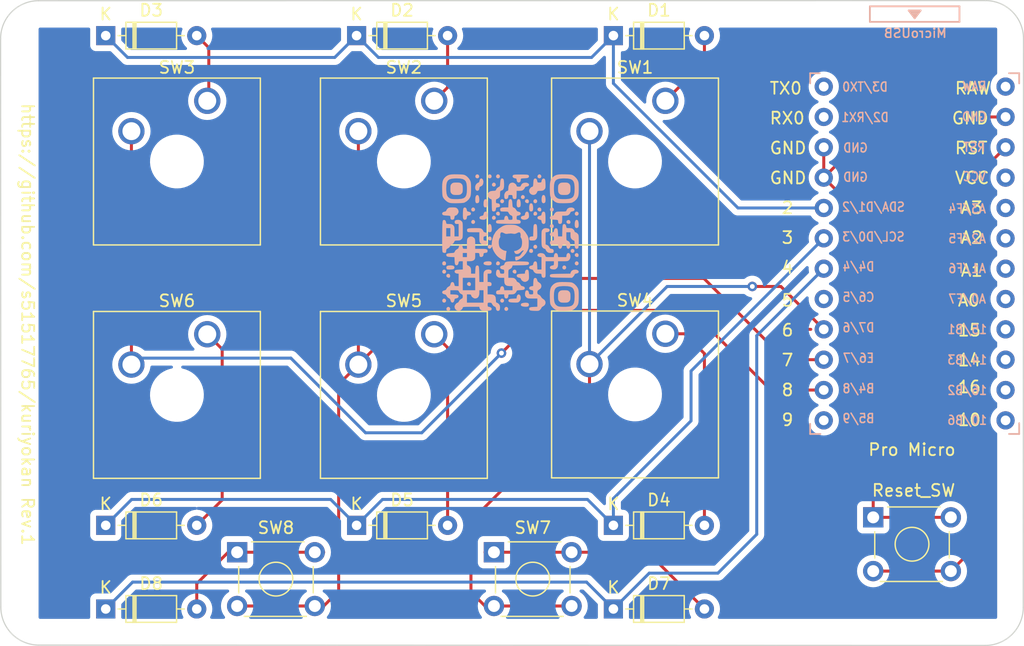
<source format=kicad_pcb>
(kicad_pcb (version 20221018) (generator pcbnew)
  (layers (0 "F.Cu" signal) (31 "B.Cu" signal) (34 "B.Paste" user) (35 "F.Paste" user) (36 "B.SilkS" user "B.Silkscreen") (37 "F.SilkS" user "F.Silkscreen") (38 "B.Mask" user) (39 "F.Mask" user) (44 "Edge.Cuts" user))
  (net 0 "")
  (net 3 "GND")
  (net 4 "Net-(D1-K)")
  (net 5 "Net-(D4-K)")
  (net 6 "Net-(D7-K)")
  (net 7 "6")
  (net 9 "7")
  (net 10 "8")
  (net 11 "Net-(D1-A)")
  (net 23 "Net-(U1-RST)")
  (net 24 "Net-(D2-A)")
  (net 25 "Net-(D3-A)")
  (net 26 "Net-(D4-A)")
  (net 27 "Net-(D5-A)")
  (net 28 "Net-(D6-A)")
  (net 29 "Net-(D7-A)")
  (net 30 "Net-(D8-A)")
  (footprint "Button_Switch_Keyboard:SW_Cherry_MX_1.00u_Plate" (layer "F.Cu") (at 90.8714 65.1714)
    (fp_text reference "SW5" (at -2.54 -2.794) (layer "F.SilkS"))
    (fp_text value "SW_PUSH")
    (pad "" np_thru_hole circle (at -2.54 5.08) (size 4 4) (drill 4) (layers "*.Cu" "*.Mask"))
    (pad "1" thru_hole circle (at 0 0) (size 2.2 2.2) (drill 1.5) (layers "*.Cu" "*.Mask") (net 27 "Net-(D5-A)"))
    (pad "2" thru_hole circle (at -6.35 2.54) (size 2.2 2.2) (drill 1.5) (layers "*.Cu" "*.Mask") (net 9 "7"))
  )
  (footprint "Diode_THT:D_DO-35_SOD27_P7.62mm_Horizontal" (layer "F.Cu") (at 84.3714 81.1714)
    (fp_text reference "D5" (at 3.81 -2.12) (layer "F.SilkS"))
    (fp_text value "1N4148")
    (fp_text user "K" (at 0 -1.8) (layer "F.SilkS"))
    (pad "1" thru_hole rect (at 0 0) (size 1.6 1.6) (drill 0.8) (layers "*.Cu" "*.Mask") (net 5 "Net-(D4-K)"))
    (pad "2" thru_hole oval (at 7.62 0) (size 1.6 1.6) (drill 0.8) (layers "*.Cu" "*.Mask") (net 27 "Net-(D5-A)"))
  )
  (footprint "Button_Switch_Keyboard:SW_Cherry_MX_1.00u_Plate" (layer "F.Cu") (at 90.8714 45.6314)
    (fp_text reference "SW2" (at -2.54 -2.794) (layer "F.SilkS"))
    (fp_text value "SW_PUSH")
    (pad "" np_thru_hole circle (at -2.54 5.08) (size 4 4) (drill 4) (layers "*.Cu" "*.Mask"))
    (pad "1" thru_hole circle (at 0 0) (size 2.2 2.2) (drill 1.5) (layers "*.Cu" "*.Mask") (net 24 "Net-(D2-A)"))
    (pad "2" thru_hole circle (at -6.35 2.54) (size 2.2 2.2) (drill 1.5) (layers "*.Cu" "*.Mask") (net 9 "7"))
  )
  (footprint "Button_Switch_THT:SW_TH_Tactile_Omron_B3F-10xx" (layer "F.Cu") (at 74.3714 83.4214)
    (fp_text reference "SW8" (at 3.25 -2.05) (layer "F.SilkS"))
    (fp_text value "SW_PUSH")
    (pad "1" thru_hole rect (at 0 0) (size 1.7 1.7) (drill 1) (layers "*.Cu" "*.Mask") (net 30 "Net-(D8-A)"))
    (pad "1" thru_hole circle (at 6.5 0) (size 1.7 1.7) (drill 1) (layers "*.Cu" "*.Mask") (net 30 "Net-(D8-A)"))
    (pad "2" thru_hole circle (at 0 4.5) (size 1.7 1.7) (drill 1) (layers "*.Cu" "*.Mask") (net 9 "7"))
    (pad "2" thru_hole circle (at 6.5 4.5) (size 1.7 1.7) (drill 1) (layers "*.Cu" "*.Mask") (net 9 "7"))
  )
  (footprint "Diode_THT:D_DO-35_SOD27_P7.62mm_Horizontal" (layer "F.Cu") (at 63.3714 40.1714)
    (fp_text reference "D3" (at 3.81 -2.12) (layer "F.SilkS"))
    (fp_text value "1N4148")
    (fp_text user "K" (at 0 -1.8) (layer "F.SilkS"))
    (pad "1" thru_hole rect (at 0 0) (size 1.6 1.6) (drill 0.8) (layers "*.Cu" "*.Mask") (net 4 "Net-(D1-K)"))
    (pad "2" thru_hole oval (at 7.62 0) (size 1.6 1.6) (drill 0.8) (layers "*.Cu" "*.Mask") (net 25 "Net-(D3-A)"))
  )
  (footprint "Diode_THT:D_DO-35_SOD27_P7.62mm_Horizontal" (layer "F.Cu") (at 63.3714 88.1714)
    (fp_text reference "D8" (at 3.81 -2.12) (layer "F.SilkS"))
    (fp_text value "1N4148")
    (fp_text user "K" (at 0 -1.8) (layer "F.SilkS"))
    (pad "1" thru_hole rect (at 0 0) (size 1.6 1.6) (drill 0.8) (layers "*.Cu" "*.Mask") (net 6 "Net-(D7-K)"))
    (pad "2" thru_hole oval (at 7.62 0) (size 1.6 1.6) (drill 0.8) (layers "*.Cu" "*.Mask") (net 30 "Net-(D8-A)"))
  )
  (footprint "Diode_THT:D_DO-35_SOD27_P7.62mm_Horizontal" (layer "F.Cu") (at 105.8714 40.1714)
    (fp_text reference "D1" (at 3.81 -2.12) (layer "F.SilkS"))
    (fp_text value "1N4148")
    (fp_text user "K" (at 0 -1.8) (layer "F.SilkS"))
    (pad "1" thru_hole rect (at 0 0) (size 1.6 1.6) (drill 0.8) (layers "*.Cu" "*.Mask") (net 4 "Net-(D1-K)"))
    (pad "2" thru_hole oval (at 7.62 0) (size 1.6 1.6) (drill 0.8) (layers "*.Cu" "*.Mask") (net 11 "Net-(D1-A)"))
  )
  (footprint "Button_Switch_THT:SW_TH_Tactile_Omron_B3F-10xx" (layer "F.Cu") (at 127.6214 80.5)
    (fp_text reference "SW0" hide)
    (fp_text value "Reset_SW" (at 3.3786 -2.25) (layer "F.SilkS"))
    (pad "1" thru_hole rect (at 0 0) (size 1.7 1.7) (drill 1) (layers "*.Cu" "*.Mask") (net 3 "GND"))
    (pad "1" thru_hole circle (at 6.5 0) (size 1.7 1.7) (drill 1) (layers "*.Cu" "*.Mask") (net 3 "GND"))
    (pad "2" thru_hole circle (at 0 4.5) (size 1.7 1.7) (drill 1) (layers "*.Cu" "*.Mask") (net 23 "Net-(U1-RST)"))
    (pad "2" thru_hole circle (at 6.5 4.5) (size 1.7 1.7) (drill 1) (layers "*.Cu" "*.Mask") (net 23 "Net-(U1-RST)"))
  )
  (footprint "Button_Switch_Keyboard:SW_Cherry_MX_1.00u_Plate" (layer "F.Cu") (at 110.2214 65.1314)
    (fp_text reference "SW4" (at -2.54 -2.794) (layer "F.SilkS"))
    (fp_text value "SW_PUSH")
    (pad "" np_thru_hole circle (at -2.54 5.08) (size 4 4) (drill 4) (layers "*.Cu" "*.Mask"))
    (pad "1" thru_hole circle (at 0 0) (size 2.2 2.2) (drill 1.5) (layers "*.Cu" "*.Mask") (net 26 "Net-(D4-A)"))
    (pad "2" thru_hole circle (at -6.35 2.54) (size 2.2 2.2) (drill 1.5) (layers "*.Cu" "*.Mask") (net 7 "6"))
  )
  (footprint "Button_Switch_Keyboard:SW_Cherry_MX_1.00u_Plate" (layer "F.Cu") (at 71.8714 45.6314)
    (fp_text reference "SW3" (at -2.54 -2.794) (layer "F.SilkS"))
    (fp_text value "SW_PUSH")
    (pad "" np_thru_hole circle (at -2.54 5.08) (size 4 4) (drill 4) (layers "*.Cu" "*.Mask"))
    (pad "1" thru_hole circle (at 0 0) (size 2.2 2.2) (drill 1.5) (layers "*.Cu" "*.Mask") (net 25 "Net-(D3-A)"))
    (pad "2" thru_hole circle (at -6.35 2.54) (size 2.2 2.2) (drill 1.5) (layers "*.Cu" "*.Mask") (net 10 "8"))
  )
  (footprint "Button_Switch_Keyboard:SW_Cherry_MX_1.00u_Plate" (layer "F.Cu") (at 110.2214 45.6314)
    (fp_text reference "SW1" (at -2.54 -2.794) (layer "F.SilkS"))
    (fp_text value "SW_PUSH")
    (pad "" np_thru_hole circle (at -2.54 5.08) (size 4 4) (drill 4) (layers "*.Cu" "*.Mask"))
    (pad "1" thru_hole circle (at 0 0) (size 2.2 2.2) (drill 1.5) (layers "*.Cu" "*.Mask") (net 11 "Net-(D1-A)"))
    (pad "2" thru_hole circle (at -6.35 2.54) (size 2.2 2.2) (drill 1.5) (layers "*.Cu" "*.Mask") (net 7 "6"))
  )
  (footprint "Diode_THT:D_DO-35_SOD27_P7.62mm_Horizontal" (layer "F.Cu") (at 105.8714 88.1714)
    (fp_text reference "D7" (at 3.81 -2.12) (layer "F.SilkS"))
    (fp_text value "1N4148")
    (fp_text user "K" (at 0 -1.8) (layer "F.SilkS"))
    (pad "1" thru_hole rect (at 0 0) (size 1.6 1.6) (drill 0.8) (layers "*.Cu" "*.Mask") (net 6 "Net-(D7-K)"))
    (pad "2" thru_hole oval (at 7.62 0) (size 1.6 1.6) (drill 0.8) (layers "*.Cu" "*.Mask") (net 29 "Net-(D7-A)"))
  )
  (footprint "Button_Switch_THT:SW_TH_Tactile_Omron_B3F-10xx" (layer "F.Cu") (at 95.8714 83.4214)
    (fp_text reference "SW7" (at 3.25 -2.05) (layer "F.SilkS"))
    (fp_text value "SW_PUSH")
    (pad "1" thru_hole rect (at 0 0) (size 1.7 1.7) (drill 1) (layers "*.Cu" "*.Mask") (net 29 "Net-(D7-A)"))
    (pad "1" thru_hole circle (at 6.5 0) (size 1.7 1.7) (drill 1) (layers "*.Cu" "*.Mask") (net 29 "Net-(D7-A)"))
    (pad "2" thru_hole circle (at 0 4.5) (size 1.7 1.7) (drill 1) (layers "*.Cu" "*.Mask") (net 7 "6"))
    (pad "2" thru_hole circle (at 6.5 4.5) (size 1.7 1.7) (drill 1) (layers "*.Cu" "*.Mask") (net 7 "6"))
  )
  (footprint "Button_Switch_Keyboard:SW_Cherry_MX_1.00u_Plate" (layer "F.Cu") (at 71.8714 65.1714)
    (fp_text reference "SW6" (at -2.54 -2.794) (layer "F.SilkS"))
    (fp_text value "SW_PUSH")
    (pad "" np_thru_hole circle (at -2.54 5.08) (size 4 4) (drill 4) (layers "*.Cu" "*.Mask"))
    (pad "1" thru_hole circle (at 0 0) (size 2.2 2.2) (drill 1.5) (layers "*.Cu" "*.Mask") (net 28 "Net-(D6-A)"))
    (pad "2" thru_hole circle (at -6.35 2.54) (size 2.2 2.2) (drill 1.5) (layers "*.Cu" "*.Mask") (net 10 "8"))
  )
  (footprint "Diode_THT:D_DO-35_SOD27_P7.62mm_Horizontal" (layer "F.Cu") (at 84.3714 40.1714)
    (fp_text reference "D2" (at 3.81 -2.12) (layer "F.SilkS"))
    (fp_text value "1N4148")
    (fp_text user "K" (at 0 -1.8) (layer "F.SilkS"))
    (pad "1" thru_hole rect (at 0 0) (size 1.6 1.6) (drill 0.8) (layers "*.Cu" "*.Mask") (net 4 "Net-(D1-K)"))
    (pad "2" thru_hole oval (at 7.62 0) (size 1.6 1.6) (drill 0.8) (layers "*.Cu" "*.Mask") (net 24 "Net-(D2-A)"))
  )
  (footprint "Diode_THT:D_DO-35_SOD27_P7.62mm_Horizontal" (layer "F.Cu") (at 105.8714 81.1714)
    (fp_text reference "D4" (at 3.81 -2.12) (layer "F.SilkS"))
    (fp_text value "1N4148")
    (fp_text user "K" (at 0 -1.8) (layer "F.SilkS"))
    (pad "1" thru_hole rect (at 0 0) (size 1.6 1.6) (drill 0.8) (layers "*.Cu" "*.Mask") (net 5 "Net-(D4-K)"))
    (pad "2" thru_hole oval (at 7.62 0) (size 1.6 1.6) (drill 0.8) (layers "*.Cu" "*.Mask") (net 26 "Net-(D4-A)"))
  )
  (footprint "Diode_THT:D_DO-35_SOD27_P7.62mm_Horizontal" (layer "F.Cu") (at 63.3714 81.1714)
    (fp_text reference "D6" (at 3.81 -2.12) (layer "F.SilkS"))
    (fp_text value "1N4148")
    (fp_text user "K" (at 0 -1.8) (layer "F.SilkS"))
    (pad "1" thru_hole rect (at 0 0) (size 1.6 1.6) (drill 0.8) (layers "*.Cu" "*.Mask") (net 5 "Net-(D4-K)"))
    (pad "2" thru_hole oval (at 7.62 0) (size 1.6 1.6) (drill 0.8) (layers "*.Cu" "*.Mask") (net 28 "Net-(D6-A)"))
  )
  (footprint "cardsize_keyboad:QR" (layer "B.Cu") (at 97.25 57.5 180)
    (fp_text reference "G***" hide)
    (fp_text value "LOGO" hide)
  )
  (footprint "kbd:ProMicro_v3" (layer "B.Cu") (at 131.0928 58.9194 180)
    (fp_text reference "U1" hide)
    (fp_text value "ProMicro" hide)
    (fp_text user "GND" (at -4.995 11.95 unlocked) (layer "B.SilkS") (effects (font (size 0.75 0.67) (thickness 0.125)) (justify mirror)))
    (fp_text user "16/B2" (at -4.395 -10.95 unlocked) (layer "B.SilkS") (effects (font (size 0.75 0.67) (thickness 0.125)) (justify mirror)))
    (fp_text user "B4/8" (at 4.705 -10.8 unlocked) (layer "B.SilkS") (effects (font (size 0.75 0.67) (thickness 0.125)) (justify mirror)))
    (fp_text user "MicroUSB" (at -0.05 18.95) (layer "B.SilkS") (effects (font (size 0.75 0.75) (thickness 0.12)) (justify mirror)))
    (fp_text user "A3/F4" (at -4.395 4.25 unlocked) (layer "B.SilkS") (effects (font (size 0.75 0.67) (thickness 0.125)) (justify mirror)))
    (fp_text user "A2/F5" (at -4.395 1.75 unlocked) (layer "B.SilkS") (effects (font (size 0.75 0.67) (thickness 0.125)) (justify mirror)))
    (fp_text user "D7/6" (at 4.705 -5.7 unlocked) (layer "B.SilkS") (effects (font (size 0.75 0.67) (thickness 0.125)) (justify mirror)))
    (fp_text user "SCL/D0/3" (at 3.455 1.9 unlocked) (layer "B.SilkS") (effects (font (size 0.75 0.67) (thickness 0.125)) (justify mirror)))
    (fp_text user "RST" (at -4.995 9.4 unlocked) (layer "B.SilkS") (effects (font (size 0.75 0.67) (thickness 0.125)) (justify mirror)))
    (fp_text user "SDA/D1/2" (at 3.455 4.4 unlocked) (layer "B.SilkS") (effects (font (size 0.75 0.67) (thickness 0.125)) (justify mirror)))
    (fp_text user "D3/TX0" (at 4.155 14.45 unlocked) (layer "B.SilkS") (effects (font (size 0.75 0.67) (thickness 0.125)) (justify mirror)))
    (fp_text user "B5/9" (at 4.705 -13.3 unlocked) (layer "B.SilkS") (effects (font (size 0.75 0.67) (thickness 0.125)) (justify mirror)))
    (fp_text user "GND" (at 4.955 9.35 unlocked) (layer "B.SilkS") (effects (font (size 0.75 0.67) (thickness 0.125)) (justify mirror)))
    (fp_text user "15/B1" (at -4.395 -5.85 unlocked) (layer "B.SilkS") (effects (font (size 0.75 0.67) (thickness 0.125)) (justify mirror)))
    (fp_text user "GND" (at 4.955 6.9 unlocked) (layer "B.SilkS") (effects (font (size 0.75 0.67) (thickness 0.125)) (justify mirror)))
    (fp_text user "14/B3" (at -4.395 -8.4 unlocked) (layer "B.SilkS") (effects (font (size 0.75 0.67) (thickness 0.125)) (justify mirror)))
    (fp_text user "D2/RX1" (at 4.155 11.9 unlocked) (layer "B.SilkS") (effects (font (size 0.75 0.67) (thickness 0.125)) (justify mirror)))
    (fp_text user "A0/F7" (at -4.395 -3.3 unlocked) (layer "B.SilkS") (effects (font (size 0.75 0.67) (thickness 0.125)) (justify mirror)))
    (fp_text user "A1/F6" (at -4.395 -0.75 unlocked) (layer "B.SilkS") (effects (font (size 0.75 0.67) (thickness 0.125)) (justify mirror)))
    (fp_text user "10/B6" (at -4.395 -13.45 unlocked) (layer "B.SilkS") (effects (font (size 0.75 0.67) (thickness 0.125)) (justify mirror)))
    (fp_text user "RAW" (at -4.995 14.5 unlocked) (layer "B.SilkS") (effects (font (size 0.75 0.67) (thickness 0.125)) (justify mirror)))
    (fp_text user "D4/4" (at 4.705 -0.6 unlocked) (layer "B.SilkS") (effects (font (size 0.75 0.67) (thickness 0.125)) (justify mirror)))
    (fp_text user "VCC" (at -4.995 6.95 unlocked) (layer "B.SilkS") (effects (font (size 0.75 0.67) (thickness 0.125)) (justify mirror)))
    (fp_text user "MicroUSB" (at -0.05 18.95) (layer "B.SilkS") (effects (font (size 0.75 0.75) (thickness 0.12)) (justify mirror)))
    (fp_text user "C6/5" (at 4.705 -3.15 unlocked) (layer "B.SilkS") (effects (font (size 0.75 0.67) (thickness 0.125)) (justify mirror)))
    (fp_text user "E6/7" (at 4.705 -8.25 unlocked) (layer "B.SilkS") (effects (font (size 0.75 0.67) (thickness 0.125)) (justify mirror)))
    (pad "1" thru_hole circle (at 7.6114 14.478 180) (size 1.524 1.524) (drill 0.8128) (layers "*.Cu" "F.Mask"))
    (pad "2" thru_hole circle (at 7.6114 11.938 180) (size 1.524 1.524) (drill 0.8128) (layers "*.Cu" "F.Mask"))
    (pad "3" thru_hole circle (at 7.6114 9.398 180) (size 1.524 1.524) (drill 0.8128) (layers "*.Cu" "F.Mask") (net 3 "GND"))
    (pad "4" thru_hole circle (at 7.6114 6.858 180) (size 1.524 1.524) (drill 0.8128) (layers "*.Cu" "F.Mask") (net 3 "GND"))
    (pad "5" thru_hole circle (at 7.6114 4.318 180) (size 1.524 1.524) (drill 0.8128) (layers "*.Cu" "F.Mask") (net 4 "Net-(D1-K)"))
    (pad "6" thru_hole circle (at 7.6114 1.778 180) (size 1.524 1.524) (drill 0.8128) (layers "*.Cu" "F.Mask") (net 5 "Net-(D4-K)"))
    (pad "7" thru_hole circle (at 7.6114 -0.762 180) (size 1.524 1.524) (drill 0.8128) (layers "*.Cu" "F.Mask") (net 6 "Net-(D7-K)"))
    (pad "8" thru_hole circle (at 7.6114 -3.302 180) (size 1.524 1.524) (drill 0.8128) (layers "*.Cu" "F.Mask"))
    (pad "9" thru_hole circle (at 7.6114 -5.842 180) (size 1.524 1.524) (drill 0.8128) (layers "*.Cu" "F.Mask") (net 7 "6"))
    (pad "10" thru_hole circle (at 7.6114 -8.382 180) (size 1.524 1.524) (drill 0.8128) (layers "*.Cu" "F.Mask") (net 9 "7"))
    (pad "11" thru_hole circle (at 7.6114 -10.922 180) (size 1.524 1.524) (drill 0.8128) (layers "*.Cu" "F.Mask") (net 10 "8"))
    (pad "12" thru_hole circle (at 7.6114 -13.462 180) (size 1.524 1.524) (drill 0.8128) (layers "*.Cu" "F.Mask"))
    (pad "13" thru_hole circle (at -7.6086 -13.462 180) (size 1.524 1.524) (drill 0.8128) (layers "*.Cu" "F.Mask"))
    (pad "14" thru_hole circle (at -7.6086 -10.922 180) (size 1.524 1.524) (drill 0.8128) (layers "*.Cu" "F.Mask"))
    (pad "15" thru_hole circle (at -7.6086 -8.382 180) (size 1.524 1.524) (drill 0.8128) (layers "*.Cu" "F.Mask"))
    (pad "16" thru_hole circle (at -7.6086 -5.842 180) (size 1.524 1.524) (drill 0.8128) (layers "*.Cu" "F.Mask"))
    (pad "17" thru_hole circle (at -7.6086 -3.302 180) (size 1.524 1.524) (drill 0.8128) (layers "*.Cu" "F.Mask"))
    (pad "18" thru_hole circle (at -7.6086 -0.762 180) (size 1.524 1.524) (drill 0.8128) (layers "*.Cu" "F.Mask"))
    (pad "19" thru_hole circle (at -7.6086 1.778 180) (size 1.524 1.524) (drill 0.8128) (layers "*.Cu" "F.Mask"))
    (pad "20" thru_hole circle (at -7.6086 4.318 180) (size 1.524 1.524) (drill 0.8128) (layers "*.Cu" "F.Mask"))
    (pad "21" thru_hole circle (at -7.6086 6.858 180) (size 1.524 1.524) (drill 0.8128) (layers "*.Cu" "F.Mask"))
    (pad "22" thru_hole circle (at -7.6086 9.398 180) (size 1.524 1.524) (drill 0.8128) (layers "*.Cu" "F.Mask") (net 23 "Net-(U1-RST)"))
    (pad "23" thru_hole circle (at -7.6086 11.938 180) (size 1.524 1.524) (drill 0.8128) (layers "*.Cu" "F.Mask") (net 3 "GND"))
    (pad "24" thru_hole circle (at -7.6086 14.478 180) (size 1.524 1.524) (drill 0.8128) (layers "*.Cu" "F.Mask"))
  )
  (gr_arc (start 57.77 91.1928) (mid 55.5214 90.2614) (end 54.59 88.0128) (stroke (width 0.1)) (layer "Edge.Cuts"))
  (gr_line (start 137.0228 37.24) (end 57.75 37.25) (stroke (width 0.1)) (layer "Edge.Cuts"))
  (gr_arc (start 54.57 40.43) (mid 55.5014 38.1814) (end 57.75 37.25) (stroke (width 0.1)) (layer "Edge.Cuts"))
  (gr_line (start 140.2028 40.42) (end 140.1828 88.0428) (stroke (width 0.1)) (layer "Edge.Cuts"))
  (gr_line (start 54.59 88.0128) (end 54.57 40.43) (stroke (width 0.1)) (layer "Edge.Cuts"))
  (gr_arc (start 137.0228 37.24) (mid 139.2714 38.1714) (end 140.2028 40.42) (stroke (width 0.1)) (layer "Edge.Cuts"))
  (gr_arc (start 140.1828 88.0428) (mid 139.2514 90.2914) (end 137.0028 91.2228) (stroke (width 0.1)) (layer "Edge.Cuts"))
  (gr_line (start 137.0028 91.2228) (end 57.77 91.1928) (stroke (width 0.1)) (layer "Edge.Cuts"))
  (gr_text "5" (at 119.8714 62.9214) (layer "F.SilkS") (effects (font (size 1 1)) (justify left bottom)))
  (gr_text "RST" (at 134.3714 50.1714) (layer "F.SilkS") (effects (font (size 1 1)) (justify left bottom)))
  (gr_text "A3" (at 134.8714 55.1714) (layer "F.SilkS") (effects (font (size 1 1)) (justify left bottom)))
  (gr_text "4" (at 119.8714 60.1714) (layer "F.SilkS") (effects (font (size 1 1)) (justify left bottom)))
  (gr_text "14" (at 134.6214 67.9214) (layer "F.SilkS") (effects (font (size 1 1)) (justify left bottom)))
  (gr_text "A1" (at 134.8714 60.4214) (layer "F.SilkS") (effects (font (size 1 1)) (justify left bottom)))
  (gr_text "6" (at 119.8714 65.4214) (layer "F.SilkS") (effects (font (size 1 1)) (justify left bottom)))
  (gr_text "10" (at 134.6214 72.9214) (layer "F.SilkS") (effects (font (size 1 1)) (justify left bottom)))
  (gr_text "16" (at 134.6214 70.1714) (layer "F.SilkS") (effects (font (size 1 1)) (justify left bottom)))
  (gr_text "A0" (at 134.6214 62.9214) (layer "F.SilkS") (effects (font (size 1 1)) (justify left bottom)))
  (gr_text "https://github.com/s51517765/kuriyokan Rev.1" (at 56.25 45.75 270) (layer "F.SilkS") (effects (font (size 1 1)) (justify left bottom)))
  (gr_text "2" (at 119.8714 55.1714) (layer "F.SilkS") (effects (font (size 1 1)) (justify left bottom)))
  (gr_text "8" (at 119.8714 70.4214) (layer "F.SilkS") (effects (font (size 1 1)) (justify left bottom)))
  (gr_text "3" (at 119.8714 57.6714) (layer "F.SilkS") (effects (font (size 1 1)) (justify left bottom)))
  (gr_text "GND" (at 118.8714 52.6714) (layer "F.SilkS") (effects (font (size 1 1)) (justify left bottom)))
  (gr_text "7" (at 119.8714 67.9214) (layer "F.SilkS") (effects (font (size 1 1)) (justify left bottom)))
  (gr_text "VCC" (at 134.3714 52.6714) (layer "F.SilkS") (effects (font (size 1 1)) (justify left bottom)))
  (gr_text "RX0" (at 118.8714 47.6714) (layer "F.SilkS") (effects (font (size 1 1)) (justify left bottom)))
  (gr_text "9" (at 119.8714 72.9214) (layer "F.SilkS") (effects (font (size 1 1)) (justify left bottom)))
  (gr_text "Pro Micro" (at 127.1214 75.4214) (layer "F.SilkS") (effects (font (size 1 1)) (justify left bottom)))
  (gr_text "15" (at 134.6214 65.4214) (layer "F.SilkS") (effects (font (size 1 1)) (justify left bottom)))
  (gr_text "TX0" (at 118.8714 45.1714) (layer "F.SilkS") (effects (font (size 1 1)) (justify left bottom)))
  (gr_text "GND" (at 118.8714 50.1714) (layer "F.SilkS") (effects (font (size 1 1)) (justify left bottom)))
  (gr_text "RAW" (at 134.3714 45.1714) (layer "F.SilkS") (effects (font (size 1 1)) (justify left bottom)))
  (gr_text "A2" (at 134.8714 57.6714) (layer "F.SilkS") (effects (font (size 1 1)) (justify left bottom)))
  (gr_text "GND" (at 134.1214 47.6714) (layer "F.SilkS") (effects (font (size 1 1)) (justify left bottom)))
  (segment (start 122.2114 64.7614) (end 122.3944 64.7614) (width 0.25) (layer "F.Cu") (net 0))
  (segment (start 127.6214 80.5) (end 134.1214 80.5) (width 0.25) (layer "F.Cu") (net 3))
  (segment (start 128.5614 46.9814) (end 123.4814 52.0614) (width 0.25) (layer "F.Cu") (net 3))
  (segment (start 123.4814 52.0614) (end 127.6214 56.2014) (width 0.25) (layer "F.Cu") (net 3))
  (segment (start 138.7014 46.9814) (end 128.5614 46.9814) (width 0.25) (layer "F.Cu") (net 3))
  (segment (start 123.4814 49.5214) (end 123.4814 52.0614) (width 0.25) (layer "F.Cu") (net 3))
  (segment (start 127.6214 56.2014) (end 127.6214 80.5) (width 0.25) (layer "F.Cu") (net 3))
  (segment (start 105.8714 40.1714) (end 104.0428 42) (width 0.25) (layer "B.Cu") (net 4))
  (segment (start 123.4814 54.6014) (end 116.3014 54.6014) (width 0.25) (layer "B.Cu") (net 4))
  (segment (start 116.3014 54.6014) (end 105.8714 44.1714) (width 0.25) (layer "B.Cu") (net 4))
  (segment (start 82.5428 42) (end 65.2 42) (width 0.25) (layer "B.Cu") (net 4))
  (segment (start 65.2 42) (end 63.3714 40.1714) (width 0.25) (layer "B.Cu") (net 4))
  (segment (start 84.3714 40.1714) (end 82.5428 42) (width 0.25) (layer "B.Cu") (net 4))
  (segment (start 104.0428 42) (end 86.2 42) (width 0.25) (layer "B.Cu") (net 4))
  (segment (start 86.2 42) (end 84.3714 40.1714) (width 0.25) (layer "B.Cu") (net 4))
  (segment (start 105.8714 44.1714) (end 105.8714 40.1714) (width 0.25) (layer "B.Cu") (net 4))
  (segment (start 65.5428 79) (end 82.2 79) (width 0.25) (layer "B.Cu") (net 5))
  (segment (start 84.3714 81.1714) (end 86.5428 79) (width 0.25) (layer "B.Cu") (net 5))
  (segment (start 112.3714 68.2514) (end 123.4814 57.1414) (width 0.25) (layer "B.Cu") (net 5))
  (segment (start 63.3714 81.1714) (end 65.5428 79) (width 0.25) (layer "B.Cu") (net 5))
  (segment (start 82.2 79) (end 84.3714 81.1714) (width 0.25) (layer "B.Cu") (net 5))
  (segment (start 103.7 79) (end 105.8714 81.1714) (width 0.25) (layer "B.Cu") (net 5))
  (segment (start 112.3714 72.4214) (end 112.3714 68.2514) (width 0.25) (layer "B.Cu") (net 5))
  (segment (start 105.8714 78.9214) (end 112.3714 72.4214) (width 0.25) (layer "B.Cu") (net 5))
  (segment (start 105.8714 81.1714) (end 105.8714 78.9214) (width 0.25) (layer "B.Cu") (net 5))
  (segment (start 86.5428 79) (end 103.7 79) (width 0.25) (layer "B.Cu") (net 5))
  (segment (start 117.8714 65.2914) (end 117.8714 81.9214) (width 0.25) (layer "B.Cu") (net 6))
  (segment (start 103.6214 85.9214) (end 105.8714 88.1714) (width 0.25) (layer "B.Cu") (net 6))
  (segment (start 114.6214 85.1714) (end 108.8714 85.1714) (width 0.25) (layer "B.Cu") (net 6))
  (segment (start 117.8714 81.9214) (end 114.6214 85.1714) (width 0.25) (layer "B.Cu") (net 6))
  (segment (start 108.8714 85.1714) (end 105.8714 88.1714) (width 0.25) (layer "B.Cu") (net 6))
  (segment (start 123.4814 59.6814) (end 117.8714 65.2914) (width 0.25) (layer "B.Cu") (net 6))
  (segment (start 65.6214 85.9214) (end 103.6214 85.9214) (width 0.25) (layer "B.Cu") (net 6))
  (segment (start 63.3714 88.1714) (end 65.6214 85.9214) (width 0.25) (layer "B.Cu") (net 6))
  (segment (start 93.9464 86.7464) (end 95.1214 87.9214) (width 0.25) (layer "F.Cu") (net 7))
  (segment (start 103.8714 67.6714) (end 103.8714 70.882391) (width 0.25) (layer "F.Cu") (net 7))
  (segment (start 93.9464 80.807391) (end 93.9464 86.7464) (width 0.25) (layer "F.Cu") (net 7))
  (segment (start 95.1214 87.9214) (end 101.6214 87.9214) (width 0.25) (layer "F.Cu") (net 7))
  (segment (start 117.5 61.1714) (end 119.8914 61.1714) (width 0.25) (layer "F.Cu") (net 7))
  (segment (start 103.8714 70.882391) (end 93.9464 80.807391) (width 0.25) (layer "F.Cu") (net 7))
  (segment (start 119.8914 61.1714) (end 123.4814 64.7614) (width 0.25) (layer "F.Cu") (net 7))
  (via (at 117.5 61.1714) (size 0.8) (drill 0.4) (layers "F.Cu" "B.Cu") (net 7))
  (segment (start 110.3714 61.1714) (end 103.8714 67.6714) (width 0.25) (layer "B.Cu") (net 7))
  (segment (start 117.5 61.1714) (end 110.3714 61.1714) (width 0.25) (layer "B.Cu") (net 7))
  (segment (start 103.8714 48.1714) (end 103.8714 67.6714) (width 0.25) (layer "B.Cu") (net 7))
  (segment (start 75.1214 87.9214) (end 81.6214 87.9214) (width 0.25) (layer "F.Cu") (net 9))
  (segment (start 123.4814 67.3014) (end 120.2514 67.3014) (width 0.25) (layer "F.Cu") (net 9))
  (segment (start 82.8714 86.6714) (end 81.6214 87.9214) (width 0.25) (layer "F.Cu") (net 9))
  (segment (start 91.7328 60.5) (end 84.5214 67.7114) (width 0.25) (layer "F.Cu") (net 9))
  (segment (start 82.8714 69.3614) (end 82.8714 86.6714) (width 0.25) (layer "F.Cu") (net 9))
  (segment (start 84.5214 67.7114) (end 84.5214 48.1714) (width 0.25) (layer "F.Cu") (net 9))
  (segment (start 120.2514 67.3014) (end 113.45 60.5) (width 0.25) (layer "F.Cu") (net 9))
  (segment (start 113.45 60.5) (end 91.7328 60.5) (width 0.25) (layer "F.Cu") (net 9))
  (segment (start 84.5214 67.7114) (end 82.8714 69.3614) (width 0.25) (layer "F.Cu") (net 9))
  (segment (start 65.5214 48.1714) (end 65.5214 67.7114) (width 0.25) (layer "F.Cu") (net 10))
  (segment (start 96.5 66.75) (end 100.0786 63.1714) (width 0.25) (layer "F.Cu") (net 10))
  (segment (start 119.0414 69.8414) (end 123.4814 69.8414) (width 0.25) (layer "F.Cu") (net 10))
  (segment (start 112.3714 63.1714) (end 119.0414 69.8414) (width 0.25) (layer "F.Cu") (net 10))
  (segment (start 100.0786 63.1714) (end 112.3714 63.1714) (width 0.25) (layer "F.Cu") (net 10))
  (via (at 96.5 66.75) (size 0.8) (drill 0.4) (layers "F.Cu" "B.Cu") (net 10))
  (segment (start 89.8286 73.4214) (end 85.1214 73.4214) (width 0.25) (layer "B.Cu") (net 10))
  (segment (start 96.5 66.75) (end 89.8286 73.4214) (width 0.25) (layer "B.Cu") (net 10))
  (segment (start 85.1214 73.4214) (end 78.8714 67.1714) (width 0.25) (layer "B.Cu") (net 10))
  (segment (start 78.8714 67.1714) (end 66.0614 67.1714) (width 0.25) (layer "B.Cu") (net 10))
  (segment (start 66.0614 67.1714) (end 65.5214 67.7114) (width 0.25) (layer "B.Cu") (net 10))
  (segment (start 113.4914 42.3614) (end 110.2214 45.6314) (width 0.25) (layer "F.Cu") (net 11))
  (segment (start 113.4914 40.1714) (end 113.4914 42.3614) (width 0.25) (layer "F.Cu") (net 11))
  (segment (start 136.25 82.8714) (end 134.1214 85) (width 0.25) (layer "F.Cu") (net 23))
  (segment (start 136.25 78.5) (end 136.25 82.8714) (width 0.25) (layer "F.Cu") (net 23))
  (segment (start 133 55.2228) (end 133 75.25) (width 0.25) (layer "F.Cu") (net 23))
  (segment (start 138.7014 49.5214) (end 133 55.2228) (width 0.25) (layer "F.Cu") (net 23))
  (segment (start 134.1214 85) (end 127.6214 85) (width 0.25) (layer "F.Cu") (net 23))
  (segment (start 133 75.25) (end 136.25 78.5) (width 0.25) (layer "F.Cu") (net 23))
  (segment (start 91.9914 40.1714) (end 91.9914 44.5114) (width 0.25) (layer "F.Cu") (net 24))
  (segment (start 91.9914 44.5114) (end 90.8714 45.6314) (width 0.25) (layer "F.Cu") (net 24))
  (segment (start 72 41.18) (end 72 45.5028) (width 0.25) (layer "F.Cu") (net 25))
  (segment (start 72 45.5028) (end 71.8714 45.6314) (width 0.25) (layer "F.Cu") (net 25))
  (segment (start 70.9914 40.1714) (end 72 41.18) (width 0.25) (layer "F.Cu") (net 25))
  (segment (start 110.2214 65.1314) (end 111.8314 65.1314) (width 0.25) (layer "F.Cu") (net 26))
  (segment (start 111.8314 65.1314) (end 113.4914 66.7914) (width 0.25) (layer "F.Cu") (net 26))
  (segment (start 113.4914 66.7914) (end 113.4914 81.1714) (width 0.25) (layer "F.Cu") (net 26))
  (segment (start 91.9914 81.1714) (end 91.9914 66.2914) (width 0.25) (layer "F.Cu") (net 27))
  (segment (start 91.9914 66.2914) (end 90.8714 65.1714) (width 0.25) (layer "F.Cu") (net 27))
  (segment (start 73.1214 79.0414) (end 73.1214 66.4214) (width 0.25) (layer "F.Cu") (net 28))
  (segment (start 73.1214 66.4214) (end 71.8714 65.1714) (width 0.25) (layer "F.Cu") (net 28))
  (segment (start 70.9914 81.1714) (end 73.1214 79.0414) (width 0.25) (layer "F.Cu") (net 28))
  (segment (start 108.3714 84.1714) (end 109.4914 84.1714) (width 0.25) (layer "F.Cu") (net 29))
  (segment (start 109.4914 84.1714) (end 113.4914 88.1714) (width 0.25) (layer "F.Cu") (net 29))
  (segment (start 101.6214 83.4214) (end 107.6214 83.4214) (width 0.25) (layer "F.Cu") (net 29))
  (segment (start 95.1214 83.4214) (end 101.6214 83.4214) (width 0.25) (layer "F.Cu") (net 29))
  (segment (start 107.6214 83.4214) (end 108.3714 84.1714) (width 0.25) (layer "F.Cu") (net 29))
  (segment (start 73.6214 83.4214) (end 75.1214 83.4214) (width 0.25) (layer "F.Cu") (net 30))
  (segment (start 75.1214 83.4214) (end 81.6214 83.4214) (width 0.25) (layer "F.Cu") (net 30))
  (segment (start 70.9914 88.1714) (end 70.9914 86.0514) (width 0.25) (layer "F.Cu") (net 30))
  (segment (start 70.9914 86.0514) (end 73.6214 83.4214) (width 0.25) (layer "F.Cu") (net 30))
  (zone (net 0) (net_name "") (layer "B.Cu") (connect_pads (clearance 0.5)) (min_thickness 0.25) (fill yes (thermal_gap 0.5) (thermal_bridge_width 0.5) (island_removal_mode 1) (island_area_min 10))
    (polygon (pts (xy 57.75 39.5) (xy 57.75 89) (xy 138 89) (xy 138 39.5)))
  )
)
</source>
